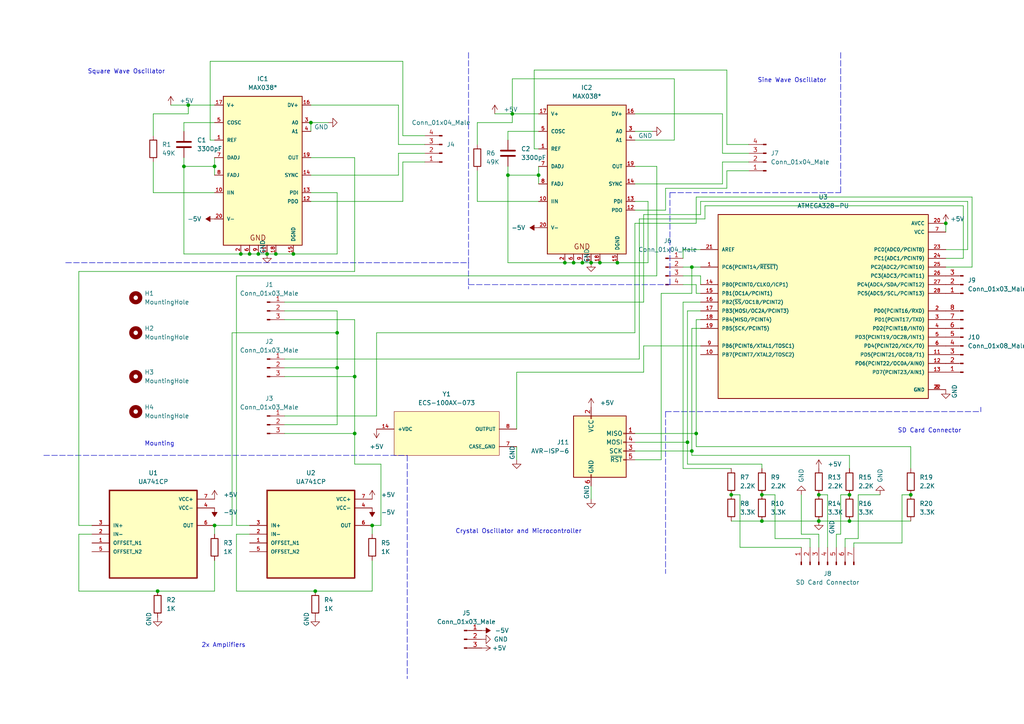
<source format=kicad_sch>
(kicad_sch (version 20211123) (generator eeschema)
  (paper "A4")
  (lib_symbols
    (symbol "ATMega328P:ATMEGA328-PU" (pin_names (offset 1.016))
      (property "Reference" "U" (at -30.48 26.289 0))
      (property "Value" "ATMEGA328-PU" (at -30.48 -30.48 0))
      (symbol "ATMEGA328-PU_0_0"
        (rectangle (start -30.48 -27.94) (end 30.48 25.4) (stroke (width 0.254)) (fill (type background)))
        (pin bidirectional line (at -35.56 10.16 0) (length 5.08) (name "PC6(PCINT14/~{RESET})") (number "1"))
        (pin bidirectional line (at -35.56 -15.24 0) (length 5.08) (name "PB7(PCINT7/XTAL2/TOSC2)") (number "10"))
        (pin bidirectional line (at 35.56 -15.24 180) (length 5.08) (name "PD5(PCINT21/OC0B/T1)") (number "11"))
        (pin bidirectional line (at 35.56 -17.78 180) (length 5.08) (name "PD6(PCINT22/OC0A/AIN0)") (number "12"))
        (pin bidirectional line (at 35.56 -20.32 180) (length 5.08) (name "PD7(PCINT23/AIN1)") (number "13"))
        (pin bidirectional line (at -35.56 5.08 0) (length 5.08) (name "PB0(PCINT0/CLKO/ICP1)") (number "14"))
        (pin bidirectional line (at -35.56 2.54 0) (length 5.08) (name "PB1(OC1A/PCINT1)") (number "15"))
        (pin bidirectional line (at -35.56 0 0) (length 5.08) (name "PB2(~{SS}/OC1B/PCINT2)") (number "16"))
        (pin bidirectional line (at -35.56 -2.54 0) (length 5.08) (name "PB3(MOSI/OC2A/PCINT3)") (number "17"))
        (pin bidirectional line (at -35.56 -5.08 0) (length 5.08) (name "PB4(MISO/PCINT4)") (number "18"))
        (pin bidirectional line (at -35.56 -7.62 0) (length 5.08) (name "PB5(SCK/PCINT5)") (number "19"))
        (pin bidirectional line (at 35.56 -2.54 180) (length 5.08) (name "PD0(PCINT16/RXD)") (number "2"))
        (pin power_in line (at 35.56 22.86 180) (length 5.08) (name "AVCC") (number "20"))
        (pin input line (at -35.56 15.24 0) (length 5.08) (name "AREF") (number "21"))
        (pin power_in line (at 35.56 -25.4 180) (length 5.08) (name "GND") (number "22"))
        (pin bidirectional line (at 35.56 15.24 180) (length 5.08) (name "PC0(ADC0/PCINT8)") (number "23"))
        (pin bidirectional line (at 35.56 12.7 180) (length 5.08) (name "PC1(ADC1/PCINT9)") (number "24"))
        (pin bidirectional line (at 35.56 10.16 180) (length 5.08) (name "PC2(ADC2/PCINT10)") (number "25"))
        (pin bidirectional line (at 35.56 7.62 180) (length 5.08) (name "PC3(ADC3/PCINT11)") (number "26"))
        (pin bidirectional line (at 35.56 5.08 180) (length 5.08) (name "PC4(ADC4/SDA/PCINT12)") (number "27"))
        (pin bidirectional line (at 35.56 2.54 180) (length 5.08) (name "PC5(ADC5/SCL/PCINT13)") (number "28"))
        (pin bidirectional line (at 35.56 -5.08 180) (length 5.08) (name "PD1(PCINT17/TXD)") (number "3"))
        (pin bidirectional line (at 35.56 -7.62 180) (length 5.08) (name "PD2(PCINT18/INT0)") (number "4"))
        (pin bidirectional line (at 35.56 -10.16 180) (length 5.08) (name "PD3(PCINT19/OC2B/INT1)") (number "5"))
        (pin bidirectional line (at 35.56 -12.7 180) (length 5.08) (name "PD4(PCINT20/XCK/T0)") (number "6"))
        (pin power_in line (at 35.56 20.32 180) (length 5.08) (name "VCC") (number "7"))
        (pin power_in line (at 35.56 -25.4 180) (length 5.08) (name "GND") (number "8"))
        (pin bidirectional line (at -35.56 -12.7 0) (length 5.08) (name "PB6(PCINT6/XTAL1/TOSC1)") (number "9"))
      )
    )
    (symbol "Connector:AVR-ISP-6" (pin_names (offset 1.016))
      (property "Reference" "J" (at -6.35 11.43 0))
      (property "Value" "AVR-ISP-6" (at 0 11.43 0))
      (symbol "AVR-ISP-6_0_1"
        (rectangle (start -2.667 -6.858) (end -2.413 -7.62))
        (rectangle (start -2.667 10.16) (end -2.413 9.398))
        (rectangle (start 7.62 -2.413) (end 6.858 -2.667))
        (rectangle (start 7.62 0.127) (end 6.858 -0.127))
        (rectangle (start 7.62 2.667) (end 6.858 2.413))
        (rectangle (start 7.62 5.207) (end 6.858 4.953))
        (rectangle (start 7.62 10.16) (end -7.62 -7.62) (stroke (width 0.254)) (fill (type background)))
      )
      (symbol "AVR-ISP-6_1_1"
        (pin passive line (at 10.16 5.08 180) (length 2.54) (name "MISO") (number "1"))
        (pin passive line (at -2.54 12.7 270) (length 2.54) (name "VCC") (number "2"))
        (pin passive line (at 10.16 0 180) (length 2.54) (name "SCK") (number "3"))
        (pin passive line (at 10.16 2.54 180) (length 2.54) (name "MOSI") (number "4"))
        (pin passive line (at 10.16 -2.54 180) (length 2.54) (name "~{RST}") (number "5"))
        (pin passive line (at -2.54 -10.16 90) (length 2.54) (name "GND") (number "6"))
      )
    )
    (symbol "Connector:Conn_01x03_Male" (pin_names (offset 1.016) hide)
      (property "Reference" "J" (at 0 5.08 0))
      (property "Value" "Conn_01x03_Male" (at 0 -5.08 0))
      (symbol "Conn_01x03_Male_1_1"
        (polyline (pts (xy 1.27 -2.54) (xy 0.8636 -2.54)) (stroke (width 0.1524)))
        (polyline (pts (xy 1.27 0) (xy 0.8636 0)) (stroke (width 0.1524)))
        (polyline (pts (xy 1.27 2.54) (xy 0.8636 2.54)) (stroke (width 0.1524)))
        (rectangle (start 0.8636 -2.413) (end 0 -2.667) (stroke (width 0.1524)) (fill (type outline)))
        (rectangle (start 0.8636 0.127) (end 0 -0.127) (stroke (width 0.1524)) (fill (type outline)))
        (rectangle (start 0.8636 2.667) (end 0 2.413) (stroke (width 0.1524)) (fill (type outline)))
        (pin passive line (at 5.08 2.54 180) (length 3.81) (name "Pin_1") (number "1"))
        (pin passive line (at 5.08 0 180) (length 3.81) (name "Pin_2") (number "2"))
        (pin passive line (at 5.08 -2.54 180) (length 3.81) (name "Pin_3") (number "3"))
      )
    )
    (symbol "Connector:Conn_01x04_Male" (pin_names (offset 1.016) hide)
      (property "Reference" "J" (at 0 5.08 0))
      (property "Value" "Conn_01x04_Male" (at 0 -7.62 0))
      (symbol "Conn_01x04_Male_1_1"
        (polyline (pts (xy 1.27 -5.08) (xy 0.8636 -5.08)) (stroke (width 0.1524)))
        (polyline (pts (xy 1.27 -2.54) (xy 0.8636 -2.54)) (stroke (width 0.1524)))
        (polyline (pts (xy 1.27 0) (xy 0.8636 0)) (stroke (width 0.1524)))
        (polyline (pts (xy 1.27 2.54) (xy 0.8636 2.54)) (stroke (width 0.1524)))
        (rectangle (start 0.8636 -4.953) (end 0 -5.207) (stroke (width 0.1524)) (fill (type outline)))
        (rectangle (start 0.8636 -2.413) (end 0 -2.667) (stroke (width 0.1524)) (fill (type outline)))
        (rectangle (start 0.8636 0.127) (end 0 -0.127) (stroke (width 0.1524)) (fill (type outline)))
        (rectangle (start 0.8636 2.667) (end 0 2.413) (stroke (width 0.1524)) (fill (type outline)))
        (pin passive line (at 5.08 2.54 180) (length 3.81) (name "Pin_1") (number "1"))
        (pin passive line (at 5.08 0 180) (length 3.81) (name "Pin_2") (number "2"))
        (pin passive line (at 5.08 -2.54 180) (length 3.81) (name "Pin_3") (number "3"))
        (pin passive line (at 5.08 -5.08 180) (length 3.81) (name "Pin_4") (number "4"))
      )
    )
    (symbol "Connector:Conn_01x07_Male" (pin_names (offset 1.016) hide)
      (property "Reference" "J" (at 0 10.16 0))
      (property "Value" "Conn_01x07_Male" (at 0 -10.16 0))
      (symbol "Conn_01x07_Male_1_1"
        (polyline (pts (xy 1.27 -7.62) (xy 0.8636 -7.62)) (stroke (width 0.1524)))
        (polyline (pts (xy 1.27 -5.08) (xy 0.8636 -5.08)) (stroke (width 0.1524)))
        (polyline (pts (xy 1.27 -2.54) (xy 0.8636 -2.54)) (stroke (width 0.1524)))
        (polyline (pts (xy 1.27 0) (xy 0.8636 0)) (stroke (width 0.1524)))
        (polyline (pts (xy 1.27 2.54) (xy 0.8636 2.54)) (stroke (width 0.1524)))
        (polyline (pts (xy 1.27 5.08) (xy 0.8636 5.08)) (stroke (width 0.1524)))
        (polyline (pts (xy 1.27 7.62) (xy 0.8636 7.62)) (stroke (width 0.1524)))
        (rectangle (start 0.8636 -7.493) (end 0 -7.747) (stroke (width 0.1524)) (fill (type outline)))
        (rectangle (start 0.8636 -4.953) (end 0 -5.207) (stroke (width 0.1524)) (fill (type outline)))
        (rectangle (start 0.8636 -2.413) (end 0 -2.667) (stroke (width 0.1524)) (fill (type outline)))
        (rectangle (start 0.8636 0.127) (end 0 -0.127) (stroke (width 0.1524)) (fill (type outline)))
        (rectangle (start 0.8636 2.667) (end 0 2.413) (stroke (width 0.1524)) (fill (type outline)))
        (rectangle (start 0.8636 5.207) (end 0 4.953) (stroke (width 0.1524)) (fill (type outline)))
        (rectangle (start 0.8636 7.747) (end 0 7.493) (stroke (width 0.1524)) (fill (type outline)))
        (pin passive line (at 5.08 7.62 180) (length 3.81) (name "Pin_1") (number "1"))
        (pin passive line (at 5.08 5.08 180) (length 3.81) (name "Pin_2") (number "2"))
        (pin passive line (at 5.08 2.54 180) (length 3.81) (name "Pin_3") (number "3"))
        (pin passive line (at 5.08 0 180) (length 3.81) (name "Pin_4") (number "4"))
        (pin passive line (at 5.08 -2.54 180) (length 3.81) (name "Pin_5") (number "5"))
        (pin passive line (at 5.08 -5.08 180) (length 3.81) (name "Pin_6") (number "6"))
        (pin passive line (at 5.08 -7.62 180) (length 3.81) (name "Pin_7") (number "7"))
      )
    )
    (symbol "Connector:Conn_01x08_Male" (pin_names (offset 1.016) hide)
      (property "Reference" "J" (at 0 10.16 0))
      (property "Value" "Conn_01x08_Male" (at 0 -12.7 0))
      (symbol "Conn_01x08_Male_1_1"
        (polyline (pts (xy 1.27 -10.16) (xy 0.8636 -10.16)) (stroke (width 0.1524)))
        (polyline (pts (xy 1.27 -7.62) (xy 0.8636 -7.62)) (stroke (width 0.1524)))
        (polyline (pts (xy 1.27 -5.08) (xy 0.8636 -5.08)) (stroke (width 0.1524)))
        (polyline (pts (xy 1.27 -2.54) (xy 0.8636 -2.54)) (stroke (width 0.1524)))
        (polyline (pts (xy 1.27 0) (xy 0.8636 0)) (stroke (width 0.1524)))
        (polyline (pts (xy 1.27 2.54) (xy 0.8636 2.54)) (stroke (width 0.1524)))
        (polyline (pts (xy 1.27 5.08) (xy 0.8636 5.08)) (stroke (width 0.1524)))
        (polyline (pts (xy 1.27 7.62) (xy 0.8636 7.62)) (stroke (width 0.1524)))
        (rectangle (start 0.8636 -10.033) (end 0 -10.287) (stroke (width 0.1524)) (fill (type outline)))
        (rectangle (start 0.8636 -7.493) (end 0 -7.747) (stroke (width 0.1524)) (fill (type outline)))
        (rectangle (start 0.8636 -4.953) (end 0 -5.207) (stroke (width 0.1524)) (fill (type outline)))
        (rectangle (start 0.8636 -2.413) (end 0 -2.667) (stroke (width 0.1524)) (fill (type outline)))
        (rectangle (start 0.8636 0.127) (end 0 -0.127) (stroke (width 0.1524)) (fill (type outline)))
        (rectangle (start 0.8636 2.667) (end 0 2.413) (stroke (width 0.1524)) (fill (type outline)))
        (rectangle (start 0.8636 5.207) (end 0 4.953) (stroke (width 0.1524)) (fill (type outline)))
        (rectangle (start 0.8636 7.747) (end 0 7.493) (stroke (width 0.1524)) (fill (type outline)))
        (pin passive line (at 5.08 7.62 180) (length 3.81) (name "Pin_1") (number "1"))
        (pin passive line (at 5.08 5.08 180) (length 3.81) (name "Pin_2") (number "2"))
        (pin passive line (at 5.08 2.54 180) (length 3.81) (name "Pin_3") (number "3"))
        (pin passive line (at 5.08 0 180) (length 3.81) (name "Pin_4") (number "4"))
        (pin passive line (at 5.08 -2.54 180) (length 3.81) (name "Pin_5") (number "5"))
        (pin passive line (at 5.08 -5.08 180) (length 3.81) (name "Pin_6") (number "6"))
        (pin passive line (at 5.08 -7.62 180) (length 3.81) (name "Pin_7") (number "7"))
        (pin passive line (at 5.08 -10.16 180) (length 3.81) (name "Pin_8") (number "8"))
      )
    )
    (symbol "Device:C" (pin_numbers hide) (pin_names (offset 0.254))
      (property "Reference" "C" (at 0.635 2.54 0))
      (property "Value" "C" (at 0.635 -2.54 0))
      (symbol "C_0_1"
        (polyline (pts (xy -2.032 -0.762) (xy 2.032 -0.762)) (stroke (width 0.508)))
        (polyline (pts (xy -2.032 0.762) (xy 2.032 0.762)) (stroke (width 0.508)))
      )
      (symbol "C_1_1"
        (pin passive line (at 0 3.81 270) (length 2.794) (name "~") (number "1"))
        (pin passive line (at 0 -3.81 90) (length 2.794) (name "~") (number "2"))
      )
    )
    (symbol "Device:R" (pin_numbers hide) (pin_names (offset 0))
      (property "Reference" "R" (at 2.032 0 90))
      (property "Value" "R" (at 0 0 90))
      (symbol "R_0_1"
        (rectangle (start -1.016 -2.54) (end 1.016 2.54) (stroke (width 0.254)))
      )
      (symbol "R_1_1"
        (pin passive line (at 0 3.81 270) (length 1.27) (name "~") (number "1"))
        (pin passive line (at 0 -3.81 90) (length 1.27) (name "~") (number "2"))
      )
    )
    (symbol "ECS-100AX:ECS-100AX-073" (pin_names (offset 1.016))
      (property "Reference" "Y" (at -15.2908 5.1054 0))
      (property "Value" "ECS-100AX-073" (at -15.2654 -10.1854 0))
      (symbol "ECS-100AX-073_0_0"
        (rectangle (start -15.24 -7.62) (end 15.24 5.08) (stroke (width 0.127)) (fill (type background)))
        (pin input line (at -20.32 0 0) (length 5.08) (name "+VDC") (number "14"))
        (pin power_in line (at 20.32 -5.08 180) (length 5.08) (name "CASE_GND") (number "7"))
        (pin output line (at 20.32 0 180) (length 5.08) (name "OUTPUT") (number "8"))
      )
    )
    (symbol "MAX038_:MAX038*" (pin_names (offset 1.016))
      (property "Reference" "IC" (at -12.7 19.0754 0))
      (property "Value" "MAX038*" (at 0 -5.08 90))
      (symbol "MAX038*_0_0"
        (rectangle (start -12.7 -25.4) (end 10.16 17.78) (stroke (width 0.254)) (fill (type background)))
        (text "GND" (at -5.08 -24.1554 0) (effects (font (size 1.524 1.524)) (justify left bottom)))
        (pin output line (at -15.24 5.08 0) (length 2.54) (name "REF") (number "1"))
        (pin passive line (at -15.24 -10.16 0) (length 2.54) (name "IIN") (number "10"))
        (pin power_in line (at 0 -27.94 90) (length 2.54) (name "~") (number "11"))
        (pin output line (at 12.7 -12.7 180) (length 2.54) (name "PDO") (number "12"))
        (pin input line (at 12.7 -10.16 180) (length 2.54) (name "PDI") (number "13"))
        (pin output line (at 12.7 -5.08 180) (length 2.54) (name "SYNC") (number "14"))
        (pin power_in line (at 7.62 -27.94 90) (length 2.54) (name "DGND") (number "15"))
        (pin power_in line (at 12.7 15.24 180) (length 2.54) (name "DV+") (number "16"))
        (pin power_in line (at -15.24 15.24 0) (length 2.54) (name "V+") (number "17"))
        (pin power_in line (at 2.54 -27.94 90) (length 2.54) (name "~") (number "18"))
        (pin output line (at 12.7 0 180) (length 2.54) (name "OUT") (number "19"))
        (pin power_in line (at -7.62 -27.94 90) (length 2.54) (name "~") (number "2"))
        (pin power_in line (at -15.24 -17.78 0) (length 2.54) (name "V-") (number "20"))
        (pin input line (at 12.7 10.16 180) (length 2.54) (name "A0") (number "3"))
        (pin input line (at 12.7 7.62 180) (length 2.54) (name "A1") (number "4"))
        (pin passive line (at -15.24 10.16 0) (length 2.54) (name "COSC") (number "5"))
        (pin power_in line (at -5.08 -27.94 90) (length 2.54) (name "~") (number "6"))
        (pin input line (at -15.24 0 0) (length 2.54) (name "DADJ") (number "7"))
        (pin input line (at -15.24 -5.08 0) (length 2.54) (name "FADJ") (number "8"))
        (pin power_in line (at -2.54 -27.94 90) (length 2.54) (name "~") (number "9"))
      )
    )
    (symbol "Mechanical:MountingHole" (pin_names (offset 1.016))
      (property "Reference" "H" (at 0 5.08 0))
      (property "Value" "MountingHole" (at 0 3.175 0))
      (symbol "MountingHole_0_1"
        (circle (center 0 0) (radius 1.27) (stroke (width 1.27)))
      )
    )
    (symbol "power:+5V" (power) (pin_names (offset 0))
      (property "Value" "+5V" (at 0 3.556 0))
      (symbol "+5V_0_1"
        (polyline (pts (xy -0.762 1.27) (xy 0 2.54)))
        (polyline (pts (xy 0 0) (xy 0 2.54)))
        (polyline (pts (xy 0 2.54) (xy 0.762 1.27)))
      )
      (symbol "+5V_1_1"
        (pin power_in line (at 0 0 90) (length 0) hide (name "+5V") (number "1"))
      )
    )
    (symbol "power:-5V" (power) (pin_names (offset 0))
      (property "Value" "-5V" (at 0 3.81 0))
      (symbol "-5V_0_0"
        (pin power_in line (at 0 0 90) (length 0) hide (name "-5V") (number "1"))
      )
      (symbol "-5V_0_1"
        (polyline (pts (xy 0 0) (xy 0 1.27) (xy 0.762 1.27) (xy 0 2.54) (xy -0.762 1.27) (xy 0 1.27)) (fill (type outline)))
      )
    )
    (symbol "power:GND" (power) (pin_names (offset 0))
      (property "Value" "GND" (at 0 -3.81 0))
      (symbol "GND_0_1"
        (polyline (pts (xy 0 0) (xy 0 -1.27) (xy 1.27 -1.27) (xy 0 -2.54) (xy -1.27 -1.27) (xy 0 -1.27)))
      )
      (symbol "GND_1_1"
        (pin power_in line (at 0 0 270) (length 0) hide (name "GND") (number "1"))
      )
    )
    (symbol "uA741:UA741CP" (pin_names (offset 1.016))
      (property "Reference" "U" (at -12.7 13.6906 0))
      (property "Value" "UA741CP" (at -12.7 -16.6878 0))
      (symbol "UA741CP_0_0"
        (rectangle (start -12.7 -12.7) (end 12.7 12.7) (stroke (width 0.4064)) (fill (type background)))
        (pin input line (at -17.78 -2.54 0) (length 5.08) (name "OFFSET_N1") (number "1"))
        (pin input line (at -17.78 0 0) (length 5.08) (name "IN-") (number "2"))
        (pin input line (at -17.78 2.54 0) (length 5.08) (name "IN+") (number "3"))
        (pin power_in line (at 17.78 7.62 180) (length 5.08) (name "VCC-") (number "4"))
        (pin input line (at -17.78 -5.08 0) (length 5.08) (name "OFFSET_N2") (number "5"))
        (pin output line (at 17.78 2.54 180) (length 5.08) (name "OUT") (number "6"))
        (pin power_in line (at 17.78 10.16 180) (length 5.08) (name "VCC+") (number "7"))
      )
    )
  )
  (junction (at 102.87 125.73))
  (junction (at 156.21 50.8))
  (junction (at 45.72 171.45))
  (junction (at 168.91 76.2))
  (junction (at 97.79 106.68))
  (junction (at 264.16 143.51))
  (junction (at 148.59 33.02))
  (junction (at 237.49 151.13))
  (junction (at 171.45 76.2))
  (junction (at 74.93 73.66))
  (junction (at 179.07 76.2))
  (junction (at 72.39 73.66))
  (junction (at 90.17 35.56))
  (junction (at 200.66 77.47))
  (junction (at 53.34 48.26))
  (junction (at 246.38 143.51))
  (junction (at 220.98 143.51))
  (junction (at 173.99 76.2))
  (junction (at 200.66 130.81))
  (junction (at 102.87 109.22))
  (junction (at 85.09 73.66))
  (junction (at 166.37 76.2))
  (junction (at 199.39 128.27))
  (junction (at 69.85 73.66))
  (junction (at 77.47 73.66))
  (junction (at 246.38 151.13))
  (junction (at 147.32 50.8))
  (junction (at 220.98 151.13))
  (junction (at 237.49 143.51))
  (junction (at 80.01 73.66))
  (junction (at 163.83 76.2))
  (junction (at 212.09 143.51))
  (junction (at 201.93 125.73))
  (junction (at 274.32 64.77))
  (junction (at 91.44 171.45))
  (junction (at 62.23 48.26))
  (junction (at 54.61 30.48))
  (junction (at 97.79 96.52))
  (junction (at 107.95 152.4))
  (junction (at 62.23 152.4))
  (wire (pts (xy 245.11 156.21) (xy 245.11 158.75)))
  (wire (pts (xy 72.39 73.66) (xy 74.93 73.66)))
  (wire (pts (xy 54.61 33.02) (xy 44.45 33.02)))
  (wire (pts (xy 203.2 58.42) (xy 280.67 58.42)))
  (wire (pts (xy 184.15 48.26) (xy 190.5 48.26)))
  (wire (pts (xy 187.96 58.42) (xy 187.96 76.2)))
  (wire (pts (xy 247.65 157.48) (xy 247.65 158.75)))
  (wire (pts (xy 274.32 64.77) (xy 274.32 67.31)))
  (wire (pts (xy 210.82 20.32) (xy 210.82 41.91)))
  (wire (pts (xy 82.55 104.14) (xy 185.42 104.14)))
  (wire (pts (xy 198.12 87.63) (xy 198.12 135.89)))
  (wire (pts (xy 102.87 125.73) (xy 102.87 109.22)))
  (wire (pts (xy 67.31 96.52) (xy 97.79 96.52)))
  (wire (pts (xy 90.17 30.48) (xy 115.57 30.48)))
  (wire (pts (xy 184.15 133.35) (xy 191.77 133.35)))
  (wire (pts (xy 264.16 143.51) (xy 261.62 143.51)))
  (wire (pts (xy 156.21 50.8) (xy 147.32 50.8)))
  (wire (pts (xy 209.55 53.34) (xy 209.55 46.99)))
  (wire (pts (xy 60.96 17.78) (xy 116.84 17.78)))
  (wire (pts (xy 22.86 78.74) (xy 22.86 152.4)))
  (wire (pts (xy 147.32 76.2) (xy 163.83 76.2)))
  (wire (pts (xy 85.09 73.66) (xy 97.79 73.66)))
  (wire (pts (xy 115.57 30.48) (xy 115.57 41.91)))
  (wire (pts (xy 234.95 156.21) (xy 234.95 158.75)))
  (wire (pts (xy 240.03 143.51) (xy 240.03 158.75)))
  (wire (pts (xy 242.57 154.94) (xy 242.57 158.75)))
  (wire (pts (xy 255.27 143.51) (xy 248.92 143.51)))
  (wire (pts (xy 102.87 92.71) (xy 102.87 109.22)))
  (wire (pts (xy 184.15 53.34) (xy 209.55 53.34)))
  (wire (pts (xy 110.49 134.62) (xy 102.87 134.62)))
  (wire (pts (xy 212.09 151.13) (xy 220.98 151.13)))
  (wire (pts (xy 201.93 85.09) (xy 203.2 85.09)))
  (wire (pts (xy 148.59 33.02) (xy 156.21 33.02)))
  (wire (pts (xy 115.57 41.91) (xy 123.19 41.91)))
  (wire (pts (xy 200.66 95.25) (xy 200.66 130.81)))
  (wire (pts (xy 97.79 96.52) (xy 97.79 106.68)))
  (wire (pts (xy 90.17 45.72) (xy 102.87 45.72)))
  (wire (pts (xy 246.38 151.13) (xy 264.16 151.13)))
  (wire (pts (xy 62.23 48.26) (xy 53.34 48.26)))
  (polyline (pts (xy 67.31 76.2) (xy 135.89 76.2)))
  (wire (pts (xy 115.57 44.45) (xy 123.19 44.45)))
  (wire (pts (xy 171.45 76.2) (xy 173.99 76.2)))
  (wire (pts (xy 210.82 54.61) (xy 193.04 54.61)))
  (wire (pts (xy 82.55 90.17) (xy 97.79 90.17)))
  (wire (pts (xy 115.57 50.8) (xy 115.57 44.45)))
  (wire (pts (xy 107.95 154.94) (xy 107.95 152.4)))
  (wire (pts (xy 186.69 62.23) (xy 203.2 62.23)))
  (wire (pts (xy 107.95 171.45) (xy 107.95 162.56)))
  (wire (pts (xy 204.47 63.5) (xy 204.47 59.69)))
  (wire (pts (xy 185.42 104.14) (xy 185.42 63.5)))
  (polyline (pts (xy 118.11 132.08) (xy 118.11 196.85)))
  (polyline (pts (xy 194.31 55.88) (xy 243.84 55.88)))
  (wire (pts (xy 156.21 48.26) (xy 156.21 50.8)))
  (wire (pts (xy 68.58 171.45) (xy 91.44 171.45)))
  (wire (pts (xy 90.17 50.8) (xy 115.57 50.8)))
  (wire (pts (xy 116.84 46.99) (xy 123.19 46.99)))
  (wire (pts (xy 147.32 50.8) (xy 147.32 76.2)))
  (wire (pts (xy 149.86 107.95) (xy 186.69 107.95)))
  (wire (pts (xy 210.82 49.53) (xy 210.82 54.61)))
  (wire (pts (xy 54.61 30.48) (xy 54.61 33.02)))
  (wire (pts (xy 62.23 152.4) (xy 67.31 152.4)))
  (wire (pts (xy 53.34 48.26) (xy 53.34 73.66)))
  (wire (pts (xy 116.84 39.37) (xy 123.19 39.37)))
  (wire (pts (xy 62.23 48.26) (xy 62.23 50.8)))
  (wire (pts (xy 147.32 40.64) (xy 147.32 38.1)))
  (wire (pts (xy 232.41 154.94) (xy 237.49 154.94)))
  (wire (pts (xy 191.77 133.35) (xy 191.77 85.09)))
  (wire (pts (xy 184.15 33.02) (xy 209.55 33.02)))
  (wire (pts (xy 154.94 43.18) (xy 154.94 20.32)))
  (wire (pts (xy 237.49 154.94) (xy 237.49 158.75)))
  (wire (pts (xy 60.96 40.64) (xy 60.96 17.78)))
  (wire (pts (xy 171.45 144.78) (xy 171.45 140.97)))
  (wire (pts (xy 232.41 143.51) (xy 232.41 154.94)))
  (wire (pts (xy 281.94 57.15) (xy 201.93 57.15)))
  (wire (pts (xy 49.53 30.48) (xy 54.61 30.48)))
  (wire (pts (xy 261.62 143.51) (xy 261.62 157.48)))
  (wire (pts (xy 72.39 152.4) (xy 68.58 152.4)))
  (wire (pts (xy 22.86 154.94) (xy 22.86 171.45)))
  (wire (pts (xy 62.23 154.94) (xy 62.23 152.4)))
  (wire (pts (xy 148.59 35.56) (xy 138.43 35.56)))
  (wire (pts (xy 90.17 35.56) (xy 95.25 35.56)))
  (wire (pts (xy 224.79 156.21) (xy 234.95 156.21)))
  (wire (pts (xy 163.83 76.2) (xy 166.37 76.2)))
  (wire (pts (xy 116.84 58.42) (xy 116.84 46.99)))
  (polyline (pts (xy 243.84 15.24) (xy 243.84 55.88)))
  (polyline (pts (xy 193.04 119.38) (xy 284.48 119.38)))
  (wire (pts (xy 186.69 87.63) (xy 186.69 62.23)))
  (wire (pts (xy 204.47 59.69) (xy 279.4 59.69)))
  (wire (pts (xy 90.17 35.56) (xy 90.17 38.1)))
  (wire (pts (xy 248.92 156.21) (xy 245.11 156.21)))
  (wire (pts (xy 186.69 107.95) (xy 186.69 100.33)))
  (wire (pts (xy 143.51 33.02) (xy 148.59 33.02)))
  (wire (pts (xy 156.21 43.18) (xy 154.94 43.18)))
  (wire (pts (xy 198.12 80.01) (xy 203.2 80.01)))
  (polyline (pts (xy 12.7 132.08) (xy 118.11 132.08)))
  (wire (pts (xy 91.44 171.45) (xy 107.95 171.45)))
  (wire (pts (xy 200.66 77.47) (xy 203.2 77.47)))
  (wire (pts (xy 67.31 152.4) (xy 67.31 96.52)))
  (wire (pts (xy 90.17 58.42) (xy 116.84 58.42)))
  (wire (pts (xy 214.63 143.51) (xy 214.63 158.75)))
  (wire (pts (xy 261.62 157.48) (xy 247.65 157.48)))
  (wire (pts (xy 198.12 74.93) (xy 198.12 72.39)))
  (wire (pts (xy 195.58 22.86) (xy 148.59 22.86)))
  (wire (pts (xy 190.5 48.26) (xy 190.5 80.01)))
  (polyline (pts (xy 135.89 76.2) (xy 135.89 83.82)))
  (polyline (pts (xy 19.05 76.2) (xy 67.31 76.2)))
  (wire (pts (xy 209.55 33.02) (xy 209.55 44.45)))
  (wire (pts (xy 166.37 76.2) (xy 168.91 76.2)))
  (wire (pts (xy 212.09 143.51) (xy 214.63 143.51)))
  (wire (pts (xy 184.15 64.77) (xy 184.15 96.52)))
  (wire (pts (xy 203.2 80.01) (xy 203.2 82.55)))
  (wire (pts (xy 203.2 95.25) (xy 200.66 95.25)))
  (wire (pts (xy 82.55 87.63) (xy 186.69 87.63)))
  (wire (pts (xy 195.58 40.64) (xy 195.58 22.86)))
  (wire (pts (xy 109.22 96.52) (xy 109.22 120.65)))
  (wire (pts (xy 68.58 154.94) (xy 68.58 171.45)))
  (wire (pts (xy 201.93 57.15) (xy 201.93 64.77)))
  (polyline (pts (xy 135.89 82.55) (xy 194.31 82.55)))
  (wire (pts (xy 26.67 152.4) (xy 22.86 152.4)))
  (wire (pts (xy 214.63 158.75) (xy 232.41 158.75)))
  (wire (pts (xy 148.59 33.02) (xy 148.59 35.56)))
  (wire (pts (xy 243.84 154.94) (xy 242.57 154.94)))
  (wire (pts (xy 44.45 33.02) (xy 44.45 39.37)))
  (wire (pts (xy 102.87 78.74) (xy 102.87 45.72)))
  (wire (pts (xy 237.49 143.51) (xy 240.03 143.51)))
  (wire (pts (xy 199.39 128.27) (xy 199.39 134.62)))
  (wire (pts (xy 156.21 58.42) (xy 138.43 58.42)))
  (wire (pts (xy 279.4 74.93) (xy 274.32 74.93)))
  (wire (pts (xy 68.58 80.01) (xy 68.58 152.4)))
  (wire (pts (xy 224.79 143.51) (xy 224.79 156.21)))
  (wire (pts (xy 53.34 45.72) (xy 53.34 48.26)))
  (polyline (pts (xy 135.89 15.24) (xy 135.89 76.2)))
  (wire (pts (xy 198.12 77.47) (xy 200.66 77.47)))
  (wire (pts (xy 62.23 45.72) (xy 62.23 48.26)))
  (wire (pts (xy 201.93 64.77) (xy 184.15 64.77)))
  (wire (pts (xy 193.04 60.96) (xy 184.15 60.96)))
  (wire (pts (xy 45.72 171.45) (xy 62.23 171.45)))
  (wire (pts (xy 209.55 46.99) (xy 217.17 46.99)))
  (wire (pts (xy 184.15 58.42) (xy 187.96 58.42)))
  (wire (pts (xy 209.55 44.45) (xy 217.17 44.45)))
  (wire (pts (xy 102.87 134.62) (xy 102.87 125.73)))
  (polyline (pts (xy 284.48 119.38) (xy 284.48 118.11)))
  (wire (pts (xy 193.04 54.61) (xy 193.04 60.96)))
  (wire (pts (xy 186.69 100.33) (xy 203.2 100.33)))
  (wire (pts (xy 179.07 76.2) (xy 187.96 76.2)))
  (wire (pts (xy 90.17 55.88) (xy 97.79 55.88)))
  (wire (pts (xy 198.12 82.55) (xy 201.93 82.55)))
  (wire (pts (xy 82.55 120.65) (xy 109.22 120.65)))
  (wire (pts (xy 149.86 133.35) (xy 149.86 129.54)))
  (wire (pts (xy 201.93 125.73) (xy 201.93 129.54)))
  (wire (pts (xy 107.95 152.4) (xy 110.49 152.4)))
  (wire (pts (xy 203.2 90.17) (xy 199.39 90.17)))
  (wire (pts (xy 243.84 143.51) (xy 243.84 154.94)))
  (wire (pts (xy 246.38 143.51) (xy 243.84 143.51)))
  (wire (pts (xy 147.32 38.1) (xy 156.21 38.1)))
  (wire (pts (xy 62.23 55.88) (xy 44.45 55.88)))
  (wire (pts (xy 191.77 85.09) (xy 200.66 85.09)))
  (wire (pts (xy 62.23 40.64) (xy 60.96 40.64)))
  (wire (pts (xy 199.39 134.62) (xy 220.98 134.62)))
  (wire (pts (xy 54.61 30.48) (xy 62.23 30.48)))
  (wire (pts (xy 201.93 82.55) (xy 201.93 85.09)))
  (wire (pts (xy 154.94 20.32) (xy 210.82 20.32)))
  (wire (pts (xy 102.87 78.74) (xy 22.86 78.74)))
  (wire (pts (xy 82.55 92.71) (xy 102.87 92.71)))
  (wire (pts (xy 53.34 35.56) (xy 62.23 35.56)))
  (wire (pts (xy 80.01 73.66) (xy 85.09 73.66)))
  (wire (pts (xy 22.86 171.45) (xy 45.72 171.45)))
  (wire (pts (xy 116.84 17.78) (xy 116.84 39.37)))
  (wire (pts (xy 201.93 92.71) (xy 201.93 125.73)))
  (wire (pts (xy 246.38 132.08) (xy 246.38 135.89)))
  (polyline (pts (xy 193.04 119.38) (xy 193.04 166.37)))
  (wire (pts (xy 200.66 85.09) (xy 200.66 77.47)))
  (wire (pts (xy 281.94 77.47) (xy 281.94 57.15)))
  (wire (pts (xy 62.23 171.45) (xy 62.23 162.56)))
  (wire (pts (xy 203.2 92.71) (xy 201.93 92.71)))
  (wire (pts (xy 184.15 96.52) (xy 109.22 96.52)))
  (wire (pts (xy 110.49 152.4) (xy 110.49 134.62)))
  (wire (pts (xy 149.86 107.95) (xy 149.86 124.46)))
  (wire (pts (xy 148.59 22.86) (xy 148.59 33.02)))
  (wire (pts (xy 68.58 80.01) (xy 190.5 80.01)))
  (wire (pts (xy 77.47 73.66) (xy 80.01 73.66)))
  (wire (pts (xy 184.15 40.64) (xy 195.58 40.64)))
  (wire (pts (xy 184.15 38.1) (xy 189.23 38.1)))
  (wire (pts (xy 220.98 134.62) (xy 220.98 135.89)))
  (wire (pts (xy 185.42 63.5) (xy 204.47 63.5)))
  (wire (pts (xy 97.79 55.88) (xy 97.79 73.66)))
  (wire (pts (xy 201.93 129.54) (xy 264.16 129.54)))
  (wire (pts (xy 147.32 48.26) (xy 147.32 50.8)))
  (wire (pts (xy 203.2 62.23) (xy 203.2 58.42)))
  (wire (pts (xy 274.32 77.47) (xy 281.94 77.47)))
  (wire (pts (xy 53.34 38.1) (xy 53.34 35.56)))
  (wire (pts (xy 184.15 130.81) (xy 200.66 130.81)))
  (wire (pts (xy 97.79 90.17) (xy 97.79 96.52)))
  (wire (pts (xy 237.49 151.13) (xy 246.38 151.13)))
  (wire (pts (xy 69.85 73.66) (xy 72.39 73.66)))
  (wire (pts (xy 280.67 58.42) (xy 280.67 72.39)))
  (wire (pts (xy 82.55 125.73) (xy 102.87 125.73)))
  (wire (pts (xy 156.21 50.8) (xy 156.21 53.34)))
  (wire (pts (xy 264.16 129.54) (xy 264.16 135.89)))
  (wire (pts (xy 138.43 49.53) (xy 138.43 58.42)))
  (wire (pts (xy 203.2 87.63) (xy 198.12 87.63)))
  (wire (pts (xy 184.15 125.73) (xy 201.93 125.73)))
  (wire (pts (xy 26.67 154.94) (xy 22.86 154.94)))
  (wire (pts (xy 102.87 109.22) (xy 82.55 109.22)))
  (wire (pts (xy 44.45 46.99) (xy 44.45 55.88)))
  (polyline (pts (xy 194.31 82.55) (xy 194.31 55.88)))
  (wire (pts (xy 280.67 72.39) (xy 274.32 72.39)))
  (wire (pts (xy 168.91 76.2) (xy 171.45 76.2)))
  (wire (pts (xy 82.55 123.19) (xy 97.79 123.19)))
  (wire (pts (xy 97.79 106.68) (xy 97.79 123.19)))
  (wire (pts (xy 199.39 90.17) (xy 199.39 128.27)))
  (wire (pts (xy 220.98 151.13) (xy 237.49 151.13)))
  (wire (pts (xy 220.98 143.51) (xy 224.79 143.51)))
  (wire (pts (xy 198.12 135.89) (xy 212.09 135.89)))
  (wire (pts (xy 184.15 128.27) (xy 199.39 128.27)))
  (wire (pts (xy 138.43 35.56) (xy 138.43 41.91)))
  (wire (pts (xy 279.4 59.69) (xy 279.4 74.93)))
  (wire (pts (xy 210.82 41.91) (xy 217.17 41.91)))
  (wire (pts (xy 200.66 130.81) (xy 200.66 132.08)))
  (wire (pts (xy 200.66 132.08) (xy 246.38 132.08)))
  (wire (pts (xy 53.34 73.66) (xy 69.85 73.66)))
  (wire (pts (xy 248.92 143.51) (xy 248.92 156.21)))
  (wire (pts (xy 72.39 154.94) (xy 68.58 154.94)))
  (wire (pts (xy 82.55 106.68) (xy 97.79 106.68)))
  (wire (pts (xy 198.12 72.39) (xy 203.2 72.39)))
  (wire (pts (xy 74.93 73.66) (xy 77.47 73.66)))
  (wire (pts (xy 173.99 76.2) (xy 179.07 76.2)))
  (wire (pts (xy 210.82 49.53) (xy 217.17 49.53)))
  (text "2x Amplifiers\n" (at 58.42 187.96 0) (effects (font (size 1.27 1.27)) (justify left bottom)))
  (text "Sine Wave Oscillator\n" (at 219.71 24.13 0) (effects (font (size 1.27 1.27)) (justify left bottom)))
  (text "Square Wave Oscillator\n" (at 25.4 21.59 0) (effects (font (size 1.27 1.27)) (justify left bottom)))
  (text "Crystal Oscillator and Microcontroller\n" (at 132.08 154.94 0) (effects (font (size 1.27 1.27)) (justify left bottom)))
  (text "Mounting\n" (at 41.91 129.54 0) (effects (font (size 1.27 1.27)) (justify left bottom)))
  (text "SD Card Connector\n" (at 260.35 125.73 0) (effects (font (size 1.27 1.27)) (justify left bottom)))
  (symbol (lib_id "power:GND") (at 149.86 133.35 0) (unit 1)
    (property "Reference" "#PWR0104" (effects hide))
    (property "Value" "GND" (at 148.59 133.35 90) (effects (justify left)))
  )
  (symbol (lib_id "power:+5V") (at 107.95 144.78 0) (unit 1)
    (property "Reference" "#PWR0113" (effects hide))
    (property "Value" "+5V" (at 110.49 143.5099 0) (effects (justify left)))
  )
  (symbol (lib_id "Device:R") (at 138.43 45.72 0) (unit 1)
    (property "Reference" "R6" (at 140.97 44.4499 0) (effects (justify left)))
    (property "Value" "49K" (at 140.97 46.9899 0) (effects (justify left)))
    (property "Footprint" "Resistor_THT:R_Axial_DIN0204_L3.6mm_D1.6mm_P1.90mm_Vertical" (effects hide))
  )
  (symbol (lib_id "Connector:Conn_01x04_Male") (at 222.25 46.99 180) (unit 1)
    (property "Reference" "J7" (at 223.52 44.4499 0) (effects (justify right)))
    (property "Value" "Conn_01x04_Male" (at 223.52 46.9899 0) (effects (justify right)))
    (property "Footprint" "2.54_mm_headers:PinHeader_1x04_P2.54mm_Vertical" (effects hide))
  )
  (symbol (lib_id "Device:R") (at 264.16 139.7 0) (unit 1)
    (property "Reference" "R19" (at 266.7 138.4299 0) (effects (justify left)))
    (property "Value" "2.2K" (at 266.7 140.9699 0) (effects (justify left)))
    (property "Footprint" "Resistor_THT:R_Axial_DIN0204_L3.6mm_D1.6mm_P1.90mm_Vertical" (effects hide))
  )
  (symbol (lib_id "Mechanical:MountingHole") (at 39.37 86.36 0) (unit 1)
    (property "Reference" "H1" (at 41.91 85.0899 0) (effects (justify left)))
    (property "Value" "MountingHole" (at 41.91 87.6299 0) (effects (justify left)))
    (property "Footprint" "MountingHole:MountingHole_3.2mm_M3" (effects hide))
  )
  (symbol (lib_id "Device:R") (at 62.23 158.75 0) (unit 1)
    (property "Reference" "R3" (at 64.77 157.4799 0) (effects (justify left)))
    (property "Value" "1K" (at 64.77 160.0199 0) (effects (justify left)))
    (property "Footprint" "Resistor_THT:R_Axial_DIN0204_L3.6mm_D1.6mm_P1.90mm_Vertical" (effects hide))
  )
  (symbol (lib_id "Device:R") (at 237.49 139.7 0) (unit 1)
    (property "Reference" "R13" (at 240.03 138.4299 0) (effects (justify left)))
    (property "Value" "2.2K" (at 240.03 140.9699 0) (effects (justify left)))
    (property "Footprint" "Resistor_THT:R_Axial_DIN0204_L3.6mm_D1.6mm_P1.90mm_Vertical" (effects hide))
  )
  (symbol (lib_id "uA741:UA741CP") (at 90.17 154.94 0) (unit 1)
    (property "Reference" "U2" (at 90.17 137.16 0))
    (property "Value" "UA741CP" (at 90.17 139.7 0))
    (property "Footprint" "uA741:DIP794W45P254L959H508Q8" (effects hide))
  )
  (symbol (lib_id "Device:R") (at 237.49 147.32 0) (unit 1)
    (property "Reference" "R14" (at 240.03 146.0499 0) (effects (justify left)))
    (property "Value" "3.3K" (at 240.03 148.5899 0) (effects (justify left)))
    (property "Footprint" "Resistor_THT:R_Axial_DIN0204_L3.6mm_D1.6mm_P1.90mm_Vertical" (effects hide))
  )
  (symbol (lib_id "power:GND") (at 171.45 144.78 0) (unit 1)
    (property "Reference" "#PWR0105" (effects hide))
    (property "Value" "GND" (at 170.18 144.78 90) (effects (justify left)))
  )
  (symbol (lib_id "power:-5V") (at 107.95 147.32 180) (unit 1)
    (property "Reference" "#PWR0114" (effects hide))
    (property "Value" "-5V" (at 110.49 148.5899 0) (effects (justify right)))
  )
  (symbol (lib_id "Device:R") (at 91.44 175.26 0) (unit 1)
    (property "Reference" "R4" (at 93.98 173.9899 0) (effects (justify left)))
    (property "Value" "1K" (at 93.98 176.5299 0) (effects (justify left)))
    (property "Footprint" "Resistor_THT:R_Axial_DIN0204_L3.6mm_D1.6mm_P1.90mm_Vertical" (effects hide))
  )
  (symbol (lib_id "power:-5V") (at 62.23 63.5 90) (unit 1)
    (property "Reference" "#PWR0108" (effects hide))
    (property "Value" "-5V" (at 58.42 63.4999 90) (effects (justify left)))
  )
  (symbol (lib_id "MAX038_:MAX038*") (at 77.47 45.72 0) (unit 1)
    (property "Reference" "IC1" (at 76.2 22.86 0))
    (property "Value" "MAX038*" (at 76.2 25.4 0))
    (property "Footprint" "MAX038:DIL20" (effects hide))
  )
  (symbol (lib_id "power:GND") (at 189.23 38.1 90) (unit 1)
    (property "Reference" "#PWR0124" (effects hide))
    (property "Value" "GND" (at 189.23 39.37 90) (effects (justify left)))
  )
  (symbol (lib_id "Connector:Conn_01x03_Male") (at 134.62 185.42 0) (unit 1)
    (property "Reference" "J5" (at 135.255 177.8 0))
    (property "Value" "Conn_01x03_Male" (at 135.255 180.34 0))
    (property "Footprint" "2.54_mm_headers:PinHeader_1x03_P2.54mm_Vertical" (effects hide))
  )
  (symbol (lib_id "Device:R") (at 220.98 147.32 0) (unit 1)
    (property "Reference" "R10" (at 223.52 146.0499 0) (effects (justify left)))
    (property "Value" "3.3K" (at 223.52 148.5899 0) (effects (justify left)))
    (property "Footprint" "Resistor_THT:R_Axial_DIN0204_L3.6mm_D1.6mm_P1.90mm_Vertical" (effects hide))
  )
  (symbol (lib_id "Mechanical:MountingHole") (at 39.37 119.38 0) (unit 1)
    (property "Reference" "H4" (at 41.91 118.1099 0) (effects (justify left)))
    (property "Value" "MountingHole" (at 41.91 120.6499 0) (effects (justify left)))
    (property "Footprint" "MountingHole:MountingHole_3.2mm_M3" (effects hide))
  )
  (symbol (lib_id "power:-5V") (at 156.21 66.04 90) (unit 1)
    (property "Reference" "#PWR0119" (effects hide))
    (property "Value" "-5V" (at 152.4 66.0399 90) (effects (justify left)))
  )
  (symbol (lib_id "power:+5V") (at 139.7 187.96 270) (unit 1)
    (property "Reference" "#PWR0101" (effects hide))
    (property "Value" "+5V" (at 144.78 187.96 90))
  )
  (symbol (lib_id "Connector:AVR-ISP-6") (at 173.99 130.81 0) (unit 1)
    (property "Reference" "J11" (at 165.1 128.2699 0) (effects (justify right)))
    (property "Value" "AVR-ISP-6" (at 165.1 130.8099 0) (effects (justify right)))
    (property "Footprint" "Connector_IDC:IDC-Header_2x03_P2.54mm_Vertical" (effects hide))
    (property "Datasheet" " ~" (effects hide))
  )
  (symbol (lib_id "power:GND") (at 171.45 76.2 0) (unit 1)
    (property "Reference" "#PWR0118" (effects hide))
    (property "Value" "GND" (at 170.18 76.2 90) (effects (justify left)))
  )
  (symbol (lib_id "power:GND") (at 274.32 113.03 0) (unit 1)
    (property "Reference" "#PWR0125" (effects hide))
    (property "Value" "GND" (at 276.86 115.57 90) (effects (justify left)))
  )
  (symbol (lib_id "power:GND") (at 91.44 179.07 0) (unit 1)
    (property "Reference" "#PWR0112" (effects hide))
    (property "Value" "GND" (at 88.9 181.61 90) (effects (justify left)))
  )
  (symbol (lib_id "Device:C") (at 147.32 44.45 180) (unit 1)
    (property "Reference" "C2" (at 151.13 43.1799 0) (effects (justify right)))
    (property "Value" "3300pF" (at 151.13 45.7199 0) (effects (justify right)))
    (property "Footprint" "Capacitor_THT:C_Axial_L3.8mm_D2.6mm_P7.50mm_Horizontal" (effects hide))
  )
  (symbol (lib_id "power:GND") (at 77.47 73.66 0) (unit 1)
    (property "Reference" "#PWR0116" (effects hide))
    (property "Value" "GND" (at 76.2 73.66 90) (effects (justify left)))
  )
  (symbol (lib_id "uA741:UA741CP") (at 44.45 154.94 0) (unit 1)
    (property "Reference" "U1" (at 44.45 137.16 0))
    (property "Value" "UA741CP" (at 44.45 139.7 0))
    (property "Footprint" "uA741:DIP794W45P254L959H508Q8" (effects hide))
  )
  (symbol (lib_id "Device:R") (at 220.98 139.7 0) (unit 1)
    (property "Reference" "R9" (at 223.52 138.4299 0) (effects (justify left)))
    (property "Value" "2.2K" (at 223.52 140.9699 0) (effects (justify left)))
    (property "Footprint" "Resistor_THT:R_Axial_DIN0204_L3.6mm_D1.6mm_P1.90mm_Vertical" (effects hide))
  )
  (symbol (lib_id "Device:R") (at 212.09 147.32 0) (unit 1)
    (property "Reference" "R8" (at 214.63 146.0499 0) (effects (justify left)))
    (property "Value" "3.3K" (at 214.63 148.5899 0) (effects (justify left)))
    (property "Footprint" "Resistor_THT:R_Axial_DIN0204_L3.6mm_D1.6mm_P1.90mm_Vertical" (effects hide))
  )
  (symbol (lib_id "Device:R") (at 212.09 139.7 0) (unit 1)
    (property "Reference" "R7" (at 214.63 138.4299 0) (effects (justify left)))
    (property "Value" "2.2K" (at 214.63 140.9699 0) (effects (justify left)))
    (property "Footprint" "Resistor_THT:R_Axial_DIN0204_L3.6mm_D1.6mm_P1.90mm_Vertical" (effects hide))
  )
  (symbol (lib_id "power:+5V") (at 237.49 135.89 0) (unit 1)
    (property "Reference" "#PWR0123" (effects hide))
    (property "Value" "+5V" (at 240.03 134.6199 0) (effects (justify left)))
  )
  (symbol (lib_id "Device:C") (at 53.34 41.91 180) (unit 1)
    (property "Reference" "C1" (at 57.15 40.6399 0) (effects (justify right)))
    (property "Value" "3300pF" (at 57.15 43.1799 0) (effects (justify right)))
    (property "Footprint" "Capacitor_THT:C_Axial_L3.8mm_D2.6mm_P7.50mm_Horizontal" (effects hide))
  )
  (symbol (lib_id "power:GND") (at 45.72 179.07 0) (unit 1)
    (property "Reference" "#PWR0111" (effects hide))
    (property "Value" "GND" (at 43.18 181.61 90) (effects (justify left)))
  )
  (symbol (lib_id "power:+5V") (at 171.45 118.11 0) (unit 1)
    (property "Reference" "#PWR0127" (effects hide))
    (property "Value" "+5V" (at 173.99 116.8399 0) (effects (justify left)))
  )
  (symbol (lib_id "Connector:Conn_01x08_Male") (at 279.4 100.33 180) (unit 1)
    (property "Reference" "J10" (at 280.67 97.7899 0) (effects (justify right)))
    (property "Value" "Conn_01x08_Male" (at 280.67 100.3299 0) (effects (justify right)))
    (property "Footprint" "2.54_mm_headers:PinHeader_1x08_P2.54mm_Vertical" (effects hide))
  )
  (symbol (lib_id "Mechanical:MountingHole") (at 39.37 109.22 0) (unit 1)
    (property "Reference" "H3" (at 41.91 107.9499 0) (effects (justify left)))
    (property "Value" "MountingHole" (at 41.91 110.4899 0) (effects (justify left)))
    (property "Footprint" "MountingHole:MountingHole_3.2mm_M3" (effects hide))
  )
  (symbol (lib_id "Connector:Conn_01x03_Male") (at 77.47 123.19 0) (unit 1)
    (property "Reference" "J3" (at 78.105 115.57 0))
    (property "Value" "Conn_01x03_Male" (at 78.105 118.11 0))
    (property "Footprint" "2.54_mm_headers:PinHeader_1x03_P2.54mm_Vertical" (effects hide))
  )
  (symbol (lib_id "Device:R") (at 107.95 158.75 0) (unit 1)
    (property "Reference" "R5" (at 110.49 157.4799 0) (effects (justify left)))
    (property "Value" "1K" (at 110.49 160.0199 0) (effects (justify left)))
    (property "Footprint" "Resistor_THT:R_Axial_DIN0204_L3.6mm_D1.6mm_P1.90mm_Vertical" (effects hide))
  )
  (symbol (lib_id "Connector:Conn_01x04_Male") (at 128.27 44.45 180) (unit 1)
    (property "Reference" "J4" (at 129.54 41.9099 0) (effects (justify right)))
    (property "Value" "Conn_01x04_Male" (at 119.38 35.56 0) (effects (justify right)))
    (property "Footprint" "2.54_mm_headers:PinHeader_1x04_P2.54mm_Vertical" (effects hide))
  )
  (symbol (lib_id "power:GND") (at 139.7 185.42 90) (unit 1)
    (property "Reference" "#PWR0102" (effects hide))
    (property "Value" "GND" (at 147.32 185.42 90) (effects (justify left)))
  )
  (symbol (lib_id "power:+5V") (at 143.51 33.02 0) (unit 1)
    (property "Reference" "#PWR0117" (effects hide))
    (property "Value" "+5V" (at 146.05 31.7499 0) (effects (justify left)))
  )
  (symbol (lib_id "power:+5V") (at 109.22 124.46 180) (unit 1)
    (property "Reference" "#PWR0106" (effects hide))
    (property "Value" "+5V" (at 109.22 129.54 0))
  )
  (symbol (lib_id "Device:R") (at 246.38 147.32 0) (unit 1)
    (property "Reference" "R16" (at 248.92 146.0499 0) (effects (justify left)))
    (property "Value" "3.3K" (at 248.92 148.5899 0) (effects (justify left)))
    (property "Footprint" "Resistor_THT:R_Axial_DIN0204_L3.6mm_D1.6mm_P1.90mm_Vertical" (effects hide))
  )
  (symbol (lib_id "Connector:Conn_01x03_Male") (at 77.47 106.68 0) (unit 1)
    (property "Reference" "J2" (at 78.105 99.06 0))
    (property "Value" "Conn_01x03_Male" (at 78.105 101.6 0))
    (property "Footprint" "2.54_mm_headers:PinHeader_1x03_P2.54mm_Vertical" (effects hide))
  )
  (symbol (lib_id "ECS-100AX:ECS-100AX-073") (at 129.54 124.46 0) (unit 1)
    (property "Reference" "Y1" (at 129.54 114.3 0))
    (property "Value" "ECS-100AX-073" (at 129.54 116.84 0))
    (property "Footprint" "ECS-100AX-073:OSC_ECS-100AX-073" (effects hide))
    (property "MANUFACTURER" "ECS Inc." (effects hide))
    (property "STANDARD" "MANUFACTURER RECOMMENDATIONS" (effects hide))
  )
  (symbol (lib_id "Connector:Conn_01x03_Male") (at 279.4 82.55 180) (unit 1)
    (property "Reference" "J9" (at 280.67 81.2799 0) (effects (justify right)))
    (property "Value" "Conn_01x03_Male" (at 280.67 83.8199 0) (effects (justify right)))
    (property "Footprint" "2.54_mm_headers:PinHeader_1x03_P2.54mm_Vertical" (effects hide))
  )
  (symbol (lib_id "power:GND") (at 237.49 151.13 0) (unit 1)
    (property "Reference" "#PWR0121" (effects hide))
    (property "Value" "GND" (at 241.3 154.94 90) (effects (justify left)))
  )
  (symbol (lib_id "ATMega328P:ATMEGA328-PU") (at 238.76 87.63 0) (unit 1)
    (property "Reference" "U3" (at 238.76 57.15 0))
    (property "Value" "ATMEGA328-PU" (at 238.76 59.69 0))
    (property "Footprint" "ATMega328p_THT:DIP787W46P254L3467H508Q28" (effects hide))
    (property "STANDARD" "IPC 7351B" (effects hide))
    (property "PARTREV" "B" (effects hide))
    (property "MANUFACTURER" "Microchip Technology" (effects hide))
    (property "MAXIMUM_PACKAGE_HEIGHT" "5.08 mm" (effects hide))
  )
  (symbol (lib_id "Connector:Conn_01x07_Male") (at 240.03 163.83 90) (unit 1)
    (property "Reference" "J8" (at 240.03 166.37 90))
    (property "Value" "SD Card Connector" (at 240.03 168.91 90))
    (property "Footprint" "2.54_mm_headers:PinHeader_1x07_P2.54mm_Vertical" (effects hide))
  )
  (symbol (lib_id "Device:R") (at 264.16 147.32 0) (unit 1)
    (property "Reference" "R20" (at 266.7 146.0499 0) (effects (justify left)))
    (property "Value" "3.3K" (at 266.7 148.5899 0) (effects (justify left)))
    (property "Footprint" "Resistor_THT:R_Axial_DIN0204_L3.6mm_D1.6mm_P1.90mm_Vertical" (effects hide))
  )
  (symbol (lib_id "power:+5V") (at 62.23 144.78 0) (unit 1)
    (property "Reference" "#PWR0109" (effects hide))
    (property "Value" "+5V" (at 64.77 143.5099 0) (effects (justify left)))
  )
  (symbol (lib_id "power:GND") (at 232.41 143.51 180) (unit 1)
    (property "Reference" "#PWR0120" (effects hide))
    (property "Value" "GND" (at 232.41 135.89 90) (effects (justify left)))
  )
  (symbol (lib_id "MAX038_:MAX038*") (at 171.45 48.26 0) (unit 1)
    (property "Reference" "IC2" (at 170.18 25.4 0))
    (property "Value" "MAX038*" (at 170.18 27.94 0))
    (property "Footprint" "MAX038:DIL20" (effects hide))
  )
  (symbol (lib_id "power:-5V") (at 62.23 147.32 180) (unit 1)
    (property "Reference" "#PWR0110" (effects hide))
    (property "Value" "-5V" (at 64.77 148.5899 0) (effects (justify right)))
  )
  (symbol (lib_id "Mechanical:MountingHole") (at 39.37 96.52 0) (unit 1)
    (property "Reference" "H2" (at 41.91 95.2499 0) (effects (justify left)))
    (property "Value" "MountingHole" (at 41.91 97.7899 0) (effects (justify left)))
    (property "Footprint" "MountingHole:MountingHole_3.2mm_M3" (effects hide))
  )
  (symbol (lib_id "Device:R") (at 44.45 43.18 0) (unit 1)
    (property "Reference" "R1" (at 46.99 41.9099 0) (effects (justify left)))
    (property "Value" "49K" (at 46.99 44.4499 0) (effects (justify left)))
    (property "Footprint" "Resistor_THT:R_Axial_DIN0204_L3.6mm_D1.6mm_P1.90mm_Vertical" (effects hide))
  )
  (symbol (lib_id "power:+5V") (at 274.32 64.77 0) (unit 1)
    (property "Reference" "#PWR0126" (effects hide))
    (property "Value" "+5V" (at 275.59 63.5 0) (effects (justify left)))
  )
  (symbol (lib_id "power:-5V") (at 139.7 182.88 270) (unit 1)
    (property "Reference" "#PWR0103" (effects hide))
    (property "Value" "-5V" (at 143.51 182.8799 90) (effects (justify left)))
  )
  (symbol (lib_id "Connector:Conn_01x03_Male") (at 77.47 90.17 0) (unit 1)
    (property "Reference" "J1" (at 78.105 82.55 0))
    (property "Value" "Conn_01x03_Male" (at 78.105 85.09 0))
    (property "Footprint" "2.54_mm_headers:PinHeader_1x03_P2.54mm_Vertical" (effects hide))
  )
  (symbol (lib_id "Device:R") (at 246.38 139.7 0) (unit 1)
    (property "Reference" "R15" (at 248.92 138.4299 0) (effects (justify left)))
    (property "Value" "2.2K" (at 248.92 140.9699 0) (effects (justify left)))
    (property "Footprint" "Resistor_THT:R_Axial_DIN0204_L3.6mm_D1.6mm_P1.90mm_Vertical" (effects hide))
  )
  (symbol (lib_id "Device:R") (at 45.72 175.26 0) (unit 1)
    (property "Reference" "R2" (at 48.26 173.9899 0) (effects (justify left)))
    (property "Value" "1K" (at 48.26 176.5299 0) (effects (justify left)))
    (property "Footprint" "Resistor_THT:R_Axial_DIN0204_L3.6mm_D1.6mm_P1.90mm_Vertical" (effects hide))
  )
  (symbol (lib_id "Connector:Conn_01x04_Male") (at 193.04 77.47 0) (unit 1)
    (property "Reference" "J6" (at 193.675 69.85 0))
    (property "Value" "Conn_01x04_Male" (at 193.675 72.39 0))
    (property "Footprint" "2.54_mm_headers:PinHeader_1x04_P2.54mm_Vertical" (effects hide))
  )
  (symbol (lib_id "power:GND") (at 255.27 143.51 180) (unit 1)
    (property "Reference" "#PWR0122" (effects hide))
    (property "Value" "GND" (at 255.27 135.89 90) (effects (justify left)))
  )
  (symbol (lib_id "power:GND") (at 95.25 35.56 90) (unit 1)
    (property "Reference" "#PWR0115" (effects hide))
    (property "Value" "GND" (at 95.25 36.83 90) (effects (justify left)))
  )
  (symbol (lib_id "power:+5V") (at 49.53 30.48 0) (unit 1)
    (property "Reference" "#PWR0107" (effects hide))
    (property "Value" "+5V" (at 52.07 29.2099 0) (effects (justify left)))
  )
)
</source>
